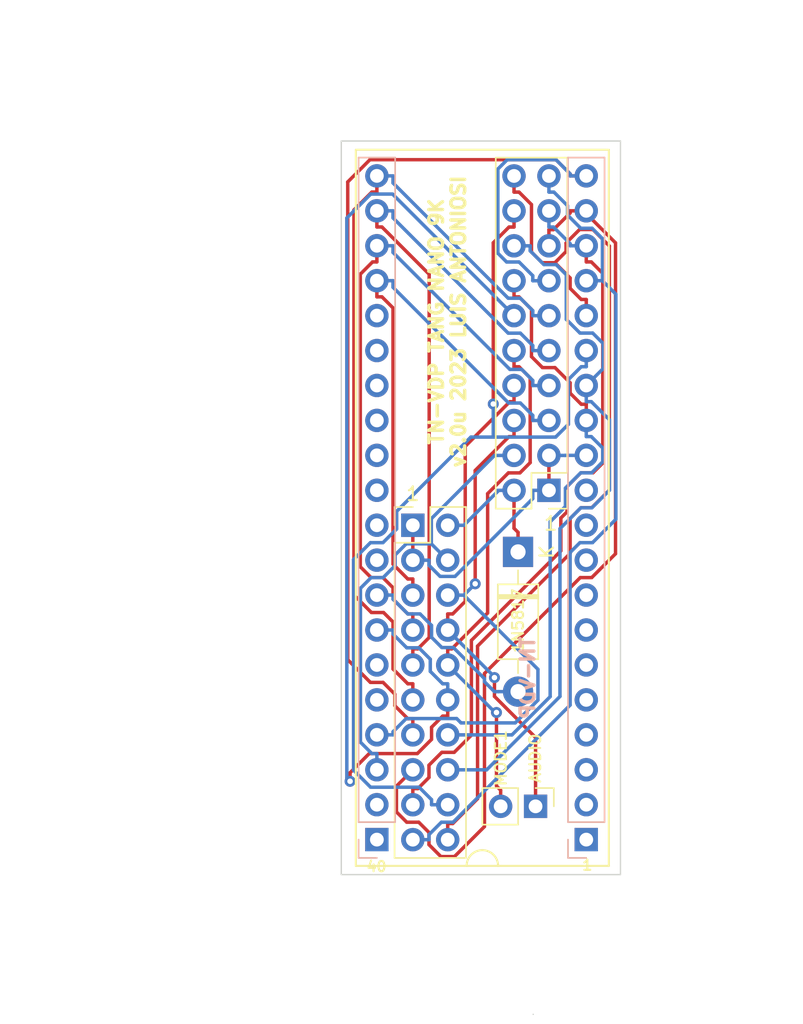
<source format=kicad_pcb>
(kicad_pcb (version 20221018) (generator pcbnew)
  (layers (0 "F.Cu" signal) (31 "B.Cu" signal) (34 "B.Paste" user) (35 "F.Paste" user) (36 "B.SilkS" user "B.Silkscreen") (37 "F.SilkS" user "F.Silkscreen") (38 "B.Mask" user) (39 "F.Mask" user) (44 "Edge.Cuts" user))
  (net 0 "")
  (net 1 "GND")
  (net 12 "VCC")
  (net 24 "VCCO")
  (net 25 "MODE0")
  (net 26 "~{CSW}")
  (net 27 "~{CSR}")
  (net 28 "~{INT}")
  (net 29 "CD7")
  (net 30 "CD6")
  (net 31 "CD5")
  (net 32 "CD4")
  (net 33 "CD3")
  (net 34 "CD2")
  (net 35 "CD1")
  (net 36 "CD0")
  (net 37 "~{RESET}")
  (net 38 "GROMCLK")
  (net 39 "CPUCLK")
  (net 42 "AUDIO")
  (net 43 "MODE1")
  (footprint "Diode_THT:D_DO-41_SOD81_P10.16mm_Horizontal" (layer "F.Cu") (at 172.25 77.5 -90)
    (fp_text reference "D1" hide)
    (fp_text value "1N5817")
    (fp_text user "K" (at 0 -2.1 90) (layer "F.SilkS"))
    (fp_text user "${VALUE}" (at 5 0 90) (layer "F.SilkS") (effects (font (size 0.8 0.8))))
    (fp_line (start 1.34 0) (end 2.36 0) (stroke (width 0.12)) (layer "F.SilkS"))
    (fp_line (start 2.36 -1.47) (end 2.36 1.47) (stroke (width 0.12)) (layer "F.SilkS"))
    (fp_line (start 2.36 1.47) (end 7.8 1.47) (stroke (width 0.12)) (layer "F.SilkS"))
    (fp_line (start 3.14 -1.47) (end 3.14 1.47) (stroke (width 0.12)) (layer "F.SilkS"))
    (fp_line (start 3.26 -1.47) (end 3.26 1.47) (stroke (width 0.12)) (layer "F.SilkS"))
    (fp_line (start 3.38 -1.47) (end 3.38 1.47) (stroke (width 0.12)) (layer "F.SilkS"))
    (fp_line (start 7.8 -1.47) (end 2.36 -1.47) (stroke (width 0.12)) (layer "F.SilkS"))
    (fp_line (start 7.8 1.47) (end 7.8 -1.47) (stroke (width 0.12)) (layer "F.SilkS"))
    (fp_line (start 8.82 0) (end 7.8 0) (stroke (width 0.12)) (layer "F.SilkS"))
    (pad "1" thru_hole rect (at 0 0 270) (size 2.2 2.2) (drill 1.1) (layers "*.Cu" "*.Mask") (net 24 "VCCO"))
    (pad "2" thru_hole oval (at 10.16 0 270) (size 2.2 2.2) (drill 1.1) (layers "*.Cu" "*.Mask") (net 12 "VCC"))
  )
  (footprint "Connector_PinHeader_2.54mm:PinHeader_2x10_P2.54mm_Vertical" (layer "F.Cu") (at 164.592 75.565)
    (fp_text reference "J3" hide)
    (fp_text value "Conn_02x10_Odd_Even")
    (fp_text user "1" (at 0 -2.286 180) (layer "F.SilkS"))
    (fp_line (start -1.33 -1.33) (end 0 -1.33) (stroke (width 0.12)) (layer "F.SilkS"))
    (fp_line (start -1.33 0) (end -1.33 -1.33) (stroke (width 0.12)) (layer "F.SilkS"))
    (fp_line (start -1.33 1.27) (end -1.33 24.19) (stroke (width 0.12)) (layer "F.SilkS"))
    (fp_line (start -1.33 1.27) (end 1.27 1.27) (stroke (width 0.12)) (layer "F.SilkS"))
    (fp_line (start -1.33 24.19) (end 3.87 24.19) (stroke (width 0.12)) (layer "F.SilkS"))
    (fp_line (start 1.27 -1.33) (end 3.87 -1.33) (stroke (width 0.12)) (layer "F.SilkS"))
    (fp_line (start 1.27 1.27) (end 1.27 -1.33) (stroke (width 0.12)) (layer "F.SilkS"))
    (fp_line (start 3.87 -1.33) (end 3.87 24.19) (stroke (width 0.12)) (layer "F.SilkS"))
    (pad "1" thru_hole rect (at 0 0) (size 1.7 1.7) (drill 1) (layers "*.Cu" "*.Mask") (net 1 "GND"))
    (pad "2" thru_hole oval (at 2.54 0) (size 1.7 1.7) (drill 1) (layers "*.Cu" "*.Mask") (net 24 "VCCO"))
    (pad "3" thru_hole oval (at 0 2.54) (size 1.7 1.7) (drill 1) (layers "*.Cu" "*.Mask") (net 1 "GND"))
    (pad "4" thru_hole oval (at 2.54 2.54) (size 1.7 1.7) (drill 1) (layers "*.Cu" "*.Mask") (net 39 "CPUCLK"))
    (pad "5" thru_hole oval (at 0 5.08) (size 1.7 1.7) (drill 1) (layers "*.Cu" "*.Mask") (net 36 "CD0"))
    (pad "6" thru_hole oval (at 2.54 5.08) (size 1.7 1.7) (drill 1) (layers "*.Cu" "*.Mask") (net 38 "GROMCLK"))
    (pad "7" thru_hole oval (at 0 7.62) (size 1.7 1.7) (drill 1) (layers "*.Cu" "*.Mask") (net 35 "CD1"))
    (pad "8" thru_hole oval (at 2.54 7.62) (size 1.7 1.7) (drill 1) (layers "*.Cu" "*.Mask") (net 42 "AUDIO"))
    (pad "9" thru_hole oval (at 0 10.16) (size 1.7 1.7) (drill 1) (layers "*.Cu" "*.Mask") (net 34 "CD2"))
    (pad "10" thru_hole oval (at 2.54 10.16) (size 1.7 1.7) (drill 1) (layers "*.Cu" "*.Mask") (net 43 "MODE1"))
    (pad "11" thru_hole oval (at 0 12.7) (size 1.7 1.7) (drill 1) (layers "*.Cu" "*.Mask") (net 33 "CD3"))
    (pad "12" thru_hole oval (at 2.54 12.7) (size 1.7 1.7) (drill 1) (layers "*.Cu" "*.Mask") (net 37 "~{RESET}"))
    (pad "13" thru_hole oval (at 0 15.24) (size 1.7 1.7) (drill 1) (layers "*.Cu" "*.Mask") (net 32 "CD4"))
    (pad "14" thru_hole oval (at 2.54 15.24) (size 1.7 1.7) (drill 1) (layers "*.Cu" "*.Mask") (net 25 "MODE0"))
    (pad "15" thru_hole oval (at 0 17.78) (size 1.7 1.7) (drill 1) (layers "*.Cu" "*.Mask") (net 31 "CD5"))
    (pad "16" thru_hole oval (at 2.54 17.78) (size 1.7 1.7) (drill 1) (layers "*.Cu" "*.Mask") (net 26 "~{CSW}"))
    (pad "17" thru_hole oval (at 0 20.32) (size 1.7 1.7) (drill 1) (layers "*.Cu" "*.Mask") (net 30 "CD6"))
    (pad "18" thru_hole oval (at 2.54 20.32) (size 1.7 1.7) (drill 1) (layers "*.Cu" "*.Mask") (net 27 "~{CSR}"))
    (pad "19" thru_hole oval (at 0 22.86) (size 1.7 1.7) (drill 1) (layers "*.Cu" "*.Mask") (net 29 "CD7"))
    (pad "20" thru_hole oval (at 2.54 22.86) (size 1.7 1.7) (drill 1) (layers "*.Cu" "*.Mask") (net 28 "~{INT}"))
  )
  (footprint "Connector_PinHeader_2.54mm:PinHeader_1x02_P2.54mm_Vertical" (layer "F.Cu") (at 173.525 96 -90)
    (fp_text reference "J5" hide)
    (fp_text value "Conn_01x02")
    (fp_text user "AUDIO" (at -3.5 0.025 -90) (layer "F.SilkS") (effects (font (size 0.8 0.8))))
    (fp_text user "MODE1" (at -3.5 2.525 -90) (layer "F.SilkS") (effects (font (size 0.8 0.8))))
    (fp_line (start -1.33 -1.33) (end 0 -1.33) (stroke (width 0.12)) (layer "F.SilkS"))
    (fp_line (start -1.33 0) (end -1.33 -1.33) (stroke (width 0.12)) (layer "F.SilkS"))
    (fp_line (start -1.33 1.27) (end -1.33 3.87) (stroke (width 0.12)) (layer "F.SilkS"))
    (fp_line (start -1.33 1.27) (end 1.33 1.27) (stroke (width 0.12)) (layer "F.SilkS"))
    (fp_line (start -1.33 3.87) (end 1.33 3.87) (stroke (width 0.12)) (layer "F.SilkS"))
    (fp_line (start 1.33 1.27) (end 1.33 3.87) (stroke (width 0.12)) (layer "F.SilkS"))
    (pad "1" thru_hole rect (at 0 0 270) (size 1.7 1.7) (drill 1) (layers "*.Cu" "*.Mask") (net 42 "AUDIO"))
    (pad "2" thru_hole oval (at 0 2.54 270) (size 1.7 1.7) (drill 1) (layers "*.Cu" "*.Mask") (net 43 "MODE1"))
  )
  (footprint "Connector_PinHeader_2.54mm:PinHeader_2x10_P2.54mm_Vertical" (layer "F.Cu") (at 174.498 73.025 180)
    (fp_text reference "J4" hide)
    (fp_text value "Conn_02x10_Odd_Even")
    (fp_text user "1" (at -0.127 -2.413 180) (layer "F.SilkS"))
    (fp_line (start -1.33 -1.33) (end 0 -1.33) (stroke (width 0.12)) (layer "F.SilkS"))
    (fp_line (start -1.33 0) (end -1.33 -1.33) (stroke (width 0.12)) (layer "F.SilkS"))
    (fp_line (start -1.33 1.27) (end -1.33 24.19) (stroke (width 0.12)) (layer "F.SilkS"))
    (fp_line (start -1.33 1.27) (end 1.27 1.27) (stroke (width 0.12)) (layer "F.SilkS"))
    (fp_line (start -1.33 24.19) (end 3.87 24.19) (stroke (width 0.12)) (layer "F.SilkS"))
    (fp_line (start 1.27 -1.33) (end 3.87 -1.33) (stroke (width 0.12)) (layer "F.SilkS"))
    (fp_line (start 1.27 1.27) (end 1.27 -1.33) (stroke (width 0.12)) (layer "F.SilkS"))
    (fp_line (start 3.87 -1.33) (end 3.87 24.19) (stroke (width 0.12)) (layer "F.SilkS"))
    (pad "1" thru_hole rect (at 0 0 180) (size 1.7 1.7) (drill 1) (layers "*.Cu" "*.Mask") (net 1 "GND"))
    (pad "2" thru_hole oval (at 2.54 0 180) (size 1.7 1.7) (drill 1) (layers "*.Cu" "*.Mask") (net 24 "VCCO"))
    (pad "3" thru_hole oval (at 0 2.54 180) (size 1.7 1.7) (drill 1) (layers "*.Cu" "*.Mask") (net 1 "GND"))
    (pad "4" thru_hole oval (at 2.54 2.54 180) (size 1.7 1.7) (drill 1) (layers "*.Cu" "*.Mask") (net 39 "CPUCLK"))
    (pad "5" thru_hole oval (at 0 5.08 180) (size 1.7 1.7) (drill 1) (layers "*.Cu" "*.Mask") (net 36 "CD0"))
    (pad "6" thru_hole oval (at 2.54 5.08 180) (size 1.7 1.7) (drill 1) (layers "*.Cu" "*.Mask") (net 38 "GROMCLK"))
    (pad "7" thru_hole oval (at 0 7.62 180) (size 1.7 1.7) (drill 1) (layers "*.Cu" "*.Mask") (net 35 "CD1"))
    (pad "8" thru_hole oval (at 2.54 7.62 180) (size 1.7 1.7) (drill 1) (layers "*.Cu" "*.Mask") (net 42 "AUDIO"))
    (pad "9" thru_hole oval (at 0 10.16 180) (size 1.7 1.7) (drill 1) (layers "*.Cu" "*.Mask") (net 34 "CD2"))
    (pad "10" thru_hole oval (at 2.54 10.16 180) (size 1.7 1.7) (drill 1) (layers "*.Cu" "*.Mask") (net 43 "MODE1"))
    (pad "11" thru_hole oval (at 0 12.7 180) (size 1.7 1.7) (drill 1) (layers "*.Cu" "*.Mask") (net 33 "CD3"))
    (pad "12" thru_hole oval (at 2.54 12.7 180) (size 1.7 1.7) (drill 1) (layers "*.Cu" "*.Mask") (net 37 "~{RESET}"))
    (pad "13" thru_hole oval (at 0 15.24 180) (size 1.7 1.7) (drill 1) (layers "*.Cu" "*.Mask") (net 32 "CD4"))
    (pad "14" thru_hole oval (at 2.54 15.24 180) (size 1.7 1.7) (drill 1) (layers "*.Cu" "*.Mask") (net 25 "MODE0"))
    (pad "15" thru_hole oval (at 0 17.78 180) (size 1.7 1.7) (drill 1) (layers "*.Cu" "*.Mask") (net 31 "CD5"))
    (pad "16" thru_hole oval (at 2.54 17.78 180) (size 1.7 1.7) (drill 1) (layers "*.Cu" "*.Mask") (net 26 "~{CSW}"))
    (pad "17" thru_hole oval (at 0 20.32 180) (size 1.7 1.7) (drill 1) (layers "*.Cu" "*.Mask") (net 30 "CD6"))
    (pad "18" thru_hole oval (at 2.54 20.32 180) (size 1.7 1.7) (drill 1) (layers "*.Cu" "*.Mask") (net 27 "~{CSR}"))
    (pad "19" thru_hole oval (at 0 22.86 180) (size 1.7 1.7) (drill 1) (layers "*.Cu" "*.Mask") (net 29 "CD7"))
    (pad "20" thru_hole oval (at 2.54 22.86 180) (size 1.7 1.7) (drill 1) (layers "*.Cu" "*.Mask") (net 28 "~{INT}"))
  )
  (footprint "Connector_PinHeader_2.54mm:PinHeader_1x20_P2.54mm_Vertical" (layer "B.Cu") (at 161.9758 98.42)
    (fp_text reference "J2" hide)
    (fp_text value "Conn_01x20")
    (fp_text user "1" (at 15.3162 1.8592) (layer "F.SilkS") (effects (font (size 0.75 0.75))))
    (fp_text user "40" (at -0.0254 1.9608) (layer "F.SilkS") (effects (font (size 0.75 0.75))))
    (fp_line (start -1.33 -49.59) (end 1.33 -49.59) (stroke (width 0.12)) (layer "B.SilkS"))
    (fp_line (start -1.33 -1.27) (end -1.33 -49.59) (stroke (width 0.12)) (layer "B.SilkS"))
    (fp_line (start -1.33 -1.27) (end 1.33 -1.27) (stroke (width 0.12)) (layer "B.SilkS"))
    (fp_line (start -1.33 0) (end -1.33 1.33) (stroke (width 0.12)) (layer "B.SilkS"))
    (fp_line (start -1.33 1.33) (end 0 1.33) (stroke (width 0.12)) (layer "B.SilkS"))
    (fp_line (start 1.33 -1.27) (end 1.33 -49.59) (stroke (width 0.12)) (layer "B.SilkS"))
    (pad "1" thru_hole rect (at 0 0) (size 1.7 1.7) (drill 1) (layers "*.Cu" "*.Mask"))
    (pad "2" thru_hole oval (at 0 -2.54) (size 1.7 1.7) (drill 1) (layers "*.Cu" "*.Mask"))
    (pad "3" thru_hole oval (at 0 -5.08) (size 1.7 1.7) (drill 1) (layers "*.Cu" "*.Mask") (net 39 "CPUCLK"))
    (pad "4" thru_hole oval (at 0 -7.62) (size 1.7 1.7) (drill 1) (layers "*.Cu" "*.Mask") (net 38 "GROMCLK"))
    (pad "5" thru_hole oval (at 0 -10.16) (size 1.7 1.7) (drill 1) (layers "*.Cu" "*.Mask"))
    (pad "6" thru_hole oval (at 0 -12.7) (size 1.7 1.7) (drill 1) (layers "*.Cu" "*.Mask"))
    (pad "7" thru_hole oval (at 0 -15.24) (size 1.7 1.7) (drill 1) (layers "*.Cu" "*.Mask") (net 37 "~{RESET}"))
    (pad "8" thru_hole oval (at 0 -17.78) (size 1.7 1.7) (drill 1) (layers "*.Cu" "*.Mask") (net 12 "VCC"))
    (pad "9" thru_hole oval (at 0 -20.32) (size 1.7 1.7) (drill 1) (layers "*.Cu" "*.Mask"))
    (pad "10" thru_hole oval (at 0 -22.86) (size 1.7 1.7) (drill 1) (layers "*.Cu" "*.Mask"))
    (pad "11" thru_hole oval (at 0 -25.4) (size 1.7 1.7) (drill 1) (layers "*.Cu" "*.Mask"))
    (pad "12" thru_hole oval (at 0 -27.94) (size 1.7 1.7) (drill 1) (layers "*.Cu" "*.Mask"))
    (pad "13" thru_hole oval (at 0 -30.48) (size 1.7 1.7) (drill 1) (layers "*.Cu" "*.Mask"))
    (pad "14" thru_hole oval (at 0 -33.02) (size 1.7 1.7) (drill 1) (layers "*.Cu" "*.Mask"))
    (pad "15" thru_hole oval (at 0 -35.56) (size 1.7 1.7) (drill 1) (layers "*.Cu" "*.Mask"))
    (pad "16" thru_hole oval (at 0 -38.1) (size 1.7 1.7) (drill 1) (layers "*.Cu" "*.Mask"))
    (pad "17" thru_hole oval (at 0 -40.64) (size 1.7 1.7) (drill 1) (layers "*.Cu" "*.Mask") (net 36 "CD0"))
    (pad "18" thru_hole oval (at 0 -43.18) (size 1.7 1.7) (drill 1) (layers "*.Cu" "*.Mask") (net 35 "CD1"))
    (pad "19" thru_hole oval (at 0 -45.72) (size 1.7 1.7) (drill 1) (layers "*.Cu" "*.Mask") (net 34 "CD2"))
    (pad "20" thru_hole oval (at 0 -48.26) (size 1.7 1.7) (drill 1) (layers "*.Cu" "*.Mask") (net 33 "CD3"))
  )
  (footprint "Connector_PinHeader_2.54mm:PinHeader_1x20_P2.54mm_Vertical" (layer "B.Cu") (at 177.2158 98.42)
    (fp_text reference "J1" hide)
    (fp_text value "Conn_01x20")
    (fp_line (start -1.33 -49.59) (end 1.33 -49.59) (stroke (width 0.12)) (layer "B.SilkS"))
    (fp_line (start -1.33 -1.27) (end -1.33 -49.59) (stroke (width 0.12)) (layer "B.SilkS"))
    (fp_line (start -1.33 -1.27) (end 1.33 -1.27) (stroke (width 0.12)) (layer "B.SilkS"))
    (fp_line (start -1.33 0) (end -1.33 1.33) (stroke (width 0.12)) (layer "B.SilkS"))
    (fp_line (start -1.33 1.33) (end 0 1.33) (stroke (width 0.12)) (layer "B.SilkS"))
    (fp_line (start 1.33 -1.27) (end 1.33 -49.59) (stroke (width 0.12)) (layer "B.SilkS"))
    (pad "1" thru_hole rect (at 0 0) (size 1.7 1.7) (drill 1) (layers "*.Cu" "*.Mask"))
    (pad "2" thru_hole oval (at 0 -2.54) (size 1.7 1.7) (drill 1) (layers "*.Cu" "*.Mask"))
    (pad "3" thru_hole oval (at 0 -5.08) (size 1.7 1.7) (drill 1) (layers "*.Cu" "*.Mask"))
    (pad "4" thru_hole oval (at 0 -7.62) (size 1.7 1.7) (drill 1) (layers "*.Cu" "*.Mask"))
    (pad "5" thru_hole oval (at 0 -10.16) (size 1.7 1.7) (drill 1) (layers "*.Cu" "*.Mask"))
    (pad "6" thru_hole oval (at 0 -12.7) (size 1.7 1.7) (drill 1) (layers "*.Cu" "*.Mask"))
    (pad "7" thru_hole oval (at 0 -15.24) (size 1.7 1.7) (drill 1) (layers "*.Cu" "*.Mask"))
    (pad "8" thru_hole oval (at 0 -17.78) (size 1.7 1.7) (drill 1) (layers "*.Cu" "*.Mask"))
    (pad "9" thru_hole oval (at 0 -20.32) (size 1.7 1.7) (drill 1) (layers "*.Cu" "*.Mask"))
    (pad "10" thru_hole oval (at 0 -22.86) (size 1.7 1.7) (drill 1) (layers "*.Cu" "*.Mask"))
    (pad "11" thru_hole oval (at 0 -25.4) (size 1.7 1.7) (drill 1) (layers "*.Cu" "*.Mask"))
    (pad "12" thru_hole oval (at 0 -27.94) (size 1.7 1.7) (drill 1) (layers "*.Cu" "*.Mask") (net 1 "GND"))
    (pad "13" thru_hole oval (at 0 -30.48) (size 1.7 1.7) (drill 1) (layers "*.Cu" "*.Mask") (net 25 "MODE0"))
    (pad "14" thru_hole oval (at 0 -33.02) (size 1.7 1.7) (drill 1) (layers "*.Cu" "*.Mask") (net 26 "~{CSW}"))
    (pad "15" thru_hole oval (at 0 -35.56) (size 1.7 1.7) (drill 1) (layers "*.Cu" "*.Mask") (net 27 "~{CSR}"))
    (pad "16" thru_hole oval (at 0 -38.1) (size 1.7 1.7) (drill 1) (layers "*.Cu" "*.Mask") (net 28 "~{INT}"))
    (pad "17" thru_hole oval (at 0 -40.64) (size 1.7 1.7) (drill 1) (layers "*.Cu" "*.Mask") (net 29 "CD7"))
    (pad "18" thru_hole oval (at 0 -43.18) (size 1.7 1.7) (drill 1) (layers "*.Cu" "*.Mask") (net 30 "CD6"))
    (pad "19" thru_hole oval (at 0 -45.72) (size 1.7 1.7) (drill 1) (layers "*.Cu" "*.Mask") (net 31 "CD5"))
    (pad "20" thru_hole oval (at 0 -48.26) (size 1.7 1.7) (drill 1) (layers "*.Cu" "*.Mask") (net 32 "CD4"))
  )
  (gr_line (start 160.4441 48.26) (end 178.8591 48.26) (stroke (width 0.15)) (layer "F.SilkS"))
  (gr_line (start 160.4441 48.26) (end 160.4441 100.33) (stroke (width 0.15)) (layer "F.SilkS"))
  (gr_line (start 160.4441 100.33) (end 178.8591 100.33) (stroke (width 0.15)) (layer "F.SilkS"))
  (gr_arc (start 168.506838 100.33) (mid 169.6516 99.185238) (end 170.796362 100.33) (stroke (width 0.15)) (layer "F.SilkS"))
  (gr_line (start 178.8591 48.26) (end 178.8591 100.33) (stroke (width 0.15)) (layer "F.SilkS"))
  (gr_line (start 159.385 100.965) (end 159.385 47.625) (stroke (width 0.1)) (layer "Edge.Cuts"))
  (gr_line (start 173.355 111.125) (end 173.355 111.125) (stroke (width 0.1)) (layer "Edge.Cuts"))
  (gr_line (start 179.705 100.965) (end 159.385 100.965) (stroke (width 0.1)) (layer "Edge.Cuts"))
  (gr_line (start 179.705 47.625) (end 179.705 100.965) (stroke (width 0.1)) (layer "Edge.Cuts"))
  (gr_line (start 179.705 47.625) (end 159.385 47.625) (stroke (width 0.1)) (layer "Edge.Cuts"))
  (gr_text "TN-VDP" (at 173.5328 86.6648 90) (layer "B.SilkS") (effects (font (size 1 1) (thickness 0.25) bold) (justify bottom mirror)))
  (gr_text "TN-VDP TANG NANO 9K\nv2.0u 2023 LUIS ANTONIOSI" (at 168.5 60.75 90) (layer "F.SilkS") (effects (font (size 1 1) (thickness 0.25) bold) (justify bottom)))
  (segment (start 164.592 78.105) (end 164.592 75.565) (width 0.25) (layer "F.Cu") (net 1))
  (segment (start 174.498 70.485) (end 174.498 73.025) (width 0.25) (layer "F.Cu") (net 1))
  (segment (start 174.498 73.025) (end 173.3229 73.025) (width 0.25) (layer "B.Cu") (net 1))
  (segment (start 165.7671 78.4703) (end 165.7671 78.105) (width 0.25) (layer "B.Cu") (net 1))
  (segment (start 173.3229 73.6232) (end 167.6629 79.2832) (width 0.25) (layer "B.Cu") (net 1))
  (segment (start 164.592 78.105) (end 165.7671 78.105) (width 0.25) (layer "B.Cu") (net 1))
  (segment (start 174.498 70.485) (end 175.6731 70.485) (width 0.25) (layer "B.Cu") (net 1))
  (segment (start 173.3229 73.025) (end 173.3229 73.6232) (width 0.25) (layer "B.Cu") (net 1))
  (segment (start 177.2158 70.48) (end 175.6781 70.48) (width 0.25) (layer "B.Cu") (net 1))
  (segment (start 166.58 79.2832) (end 165.7671 78.4703) (width 0.25) (layer "B.Cu") (net 1))
  (segment (start 175.6781 70.48) (end 175.6731 70.485) (width 0.25) (layer "B.Cu") (net 1))
  (segment (start 167.6629 79.2832) (end 166.58 79.2832) (width 0.25) (layer "B.Cu") (net 1))
  (segment (start 166.7011 84.455) (end 167.5457 84.455) (width 0.25) (layer "B.Cu") (net 12))
  (segment (start 163.1509 80.9338) (end 164.2269 82.0098) (width 0.25) (layer "B.Cu") (net 12))
  (segment (start 165.9568 82.8489) (end 165.9568 83.7107) (width 0.25) (layer "B.Cu") (net 12))
  (segment (start 164.2269 82.0098) (end 165.1177 82.0098) (width 0.25) (layer "B.Cu") (net 12))
  (segment (start 163.1509 80.64) (end 163.1509 80.9338) (width 0.25) (layer "B.Cu") (net 12))
  (segment (start 165.9568 83.7107) (end 166.7011 84.455) (width 0.25) (layer "B.Cu") (net 12))
  (segment (start 161.9758 80.64) (end 163.1509 80.64) (width 0.25) (layer "B.Cu") (net 12))
  (segment (start 169.8083 86.9402) (end 170.5281 87.66) (width 0.25) (layer "B.Cu") (net 12))
  (segment (start 172.25 87.66) (end 170.8249 87.66) (width 0.25) (layer "B.Cu") (net 12))
  (segment (start 167.5457 84.455) (end 169.8083 86.7176) (width 0.25) (layer "B.Cu") (net 12))
  (segment (start 170.5281 87.66) (end 170.8249 87.66) (width 0.25) (layer "B.Cu") (net 12))
  (segment (start 165.1177 82.0098) (end 165.9568 82.8489) (width 0.25) (layer "B.Cu") (net 12))
  (segment (start 169.8083 86.7176) (end 169.8083 86.9402) (width 0.25) (layer "B.Cu") (net 12))
  (segment (start 171.958 75.7829) (end 172.25 76.0749) (width 0.25) (layer "F.Cu") (net 24))
  (segment (start 171.958 73.025) (end 171.958 75.7829) (width 0.25) (layer "F.Cu") (net 24))
  (segment (start 172.25 77.5) (end 172.25 76.0749) (width 0.25) (layer "F.Cu") (net 24))
  (segment (start 170.7829 73.0892) (end 168.3071 75.565) (width 0.25) (layer "B.Cu") (net 24))
  (segment (start 167.132 75.565) (end 168.3071 75.565) (width 0.25) (layer "B.Cu") (net 24))
  (segment (start 170.7829 73.025) (end 170.7829 73.0892) (width 0.25) (layer "B.Cu") (net 24))
  (segment (start 171.958 73.025) (end 170.7829 73.025) (width 0.25) (layer "B.Cu") (net 24))
  (segment (start 177.2158 66.7649) (end 176.8485 66.7649) (width 0.25) (layer "F.Cu") (net 25))
  (segment (start 172.3232 58.9601) (end 171.958 58.9601) (width 0.25) (layer "F.Cu") (net 25))
  (segment (start 171.958 57.785) (end 171.958 58.9601) (width 0.25) (layer "F.Cu") (net 25))
  (segment (start 176.8485 66.7649) (end 176.0407 65.9571) (width 0.25) (layer "F.Cu") (net 25))
  (segment (start 176.0407 65.9571) (end 176.0407 65.2036) (width 0.25) (layer "F.Cu") (net 25))
  (segment (start 176.0407 65.2036) (end 174.9387 64.1016) (width 0.25) (layer "F.Cu") (net 25))
  (segment (start 174.9387 64.1016) (end 174.0298 64.1016) (width 0.25) (layer "F.Cu") (net 25))
  (segment (start 173.228 59.8649) (end 172.3232 58.9601) (width 0.25) (layer "F.Cu") (net 25))
  (segment (start 177.2158 67.94) (end 177.2158 66.7649) (width 0.25) (layer "F.Cu") (net 25))
  (segment (start 173.228 63.2998) (end 173.228 59.8649) (width 0.25) (layer "F.Cu") (net 25))
  (segment (start 174.0298 64.1016) (end 173.228 63.2998) (width 0.25) (layer "F.Cu") (net 25))
  (segment (start 178.4138 69.9459) (end 178.4138 70.9468) (width 0.25) (layer "B.Cu") (net 25))
  (segment (start 177.6106 71.75) (end 176.8102 71.75) (width 0.25) (layer "B.Cu") (net 25))
  (segment (start 177.2158 69.1151) (end 177.583 69.1151) (width 0.25) (layer "B.Cu") (net 25))
  (segment (start 174.588 75.3099) (end 174.588 88.0259) (width 0.25) (layer "B.Cu") (net 25))
  (segment (start 177.583 69.1151) (end 178.4138 69.9459) (width 0.25) (layer "B.Cu") (net 25))
  (segment (start 174.588 88.0259) (end 171.8089 90.805) (width 0.25) (layer "B.Cu") (net 25))
  (segment (start 175.6977 72.8625) (end 175.6977 74.2002) (width 0.25) (layer "B.Cu") (net 25))
  (segment (start 171.8089 90.805) (end 167.132 90.805) (width 0.25) (layer "B.Cu") (net 25))
  (segment (start 178.4138 70.9468) (end 177.6106 71.75) (width 0.25) (layer "B.Cu") (net 25))
  (segment (start 176.8102 71.75) (end 175.6977 72.8625) (width 0.25) (layer "B.Cu") (net 25))
  (segment (start 175.6977 74.2002) (end 174.588 75.3099) (width 0.25) (layer "B.Cu") (net 25))
  (segment (start 177.2158 67.94) (end 177.2158 69.1151) (width 0.25) (layer "B.Cu") (net 25))
  (segment (start 175.3018 88.0103) (end 169.9671 93.345) (width 0.25) (layer "B.Cu") (net 26))
  (segment (start 169.9671 93.345) (end 167.132 93.345) (width 0.25) (layer "B.Cu") (net 26))
  (segment (start 175.7596 57.3493) (end 175.0201 56.6098) (width 0.25) (layer "B.Cu") (net 26))
  (segment (start 178.9046 67.8966) (end 178.9046 73.0163) (width 0.25) (layer "B.Cu") (net 26))
  (segment (start 173.1331 55.6103) (end 173.1331 55.245) (width 0.25) (layer "B.Cu") (net 26))
  (segment (start 177.2158 65.4) (end 177.2158 66.5751) (width 0.25) (layer "B.Cu") (net 26))
  (segment (start 177.2158 65.4) (end 178.4414 64.1744) (width 0.25) (layer "B.Cu") (net 26))
  (segment (start 174.1326 56.6098) (end 173.1331 55.6103) (width 0.25) (layer "B.Cu") (net 26))
  (segment (start 177.5831 66.5751) (end 178.9046 67.8966) (width 0.25) (layer "B.Cu") (net 26))
  (segment (start 176.8206 74.2934) (end 175.3018 75.8122) (width 0.25) (layer "B.Cu") (net 26))
  (segment (start 178.4414 64.1744) (end 178.4414 62.3455) (width 0.25) (layer "B.Cu") (net 26))
  (segment (start 175.0201 56.6098) (end 174.1326 56.6098) (width 0.25) (layer "B.Cu") (net 26))
  (segment (start 177.6275 74.2934) (end 176.8206 74.2934) (width 0.25) (layer "B.Cu") (net 26))
  (segment (start 175.3018 75.8122) (end 175.3018 88.0103) (width 0.25) (layer "B.Cu") (net 26))
  (segment (start 178.9046 73.0163) (end 177.6275 74.2934) (width 0.25) (layer "B.Cu") (net 26))
  (segment (start 176.7604 61.59) (end 175.7596 60.5892) (width 0.25) (layer "B.Cu") (net 26))
  (segment (start 177.6859 61.59) (end 176.7604 61.59) (width 0.25) (layer "B.Cu") (net 26))
  (segment (start 177.2158 66.5751) (end 177.5831 66.5751) (width 0.25) (layer "B.Cu") (net 26))
  (segment (start 178.4414 62.3455) (end 177.6859 61.59) (width 0.25) (layer "B.Cu") (net 26))
  (segment (start 171.958 55.245) (end 173.1331 55.245) (width 0.25) (layer "B.Cu") (net 26))
  (segment (start 175.7596 60.5892) (end 175.7596 57.3493) (width 0.25) (layer "B.Cu") (net 26))
  (segment (start 170.4464 55.0264) (end 170.4464 66.7459) (width 0.25) (layer "F.Cu") (net 27))
  (segment (start 171.958 53.8801) (end 171.5927 53.8801) (width 0.25) (layer "F.Cu") (net 27))
  (segment (start 171.5927 53.8801) (end 170.4464 55.0264) (width 0.25) (layer "F.Cu") (net 27))
  (segment (start 171.958 52.705) (end 171.958 53.8801) (width 0.25) (layer "F.Cu") (net 27))
  (via (at 170.4464 66.7459) (size 0.8) (drill 0.4) (layers "F.Cu" "B.Cu") (net 27))
  (segment (start 176.8505 64.0351) (end 177.2158 64.0351) (width 0.25) (layer "B.Cu") (net 27))
  (segment (start 163.4168 75.8315) (end 163.4168 74.5517) (width 0.25) (layer "B.Cu") (net 27))
  (segment (start 165.9569 95.5178) (end 165.0491 94.61) (width 0.25) (layer "B.Cu") (net 27))
  (segment (start 162.4183 76.83) (end 163.4168 75.8315) (width 0.25) (layer "B.Cu") (net 27))
  (segment (start 161.5042 76.83) (end 162.4183 76.83) (width 0.25) (layer "B.Cu") (net 27))
  (segment (start 163.4168 74.5517) (end 168.8157 69.1528) (width 0.25) (layer "B.Cu") (net 27))
  (segment (start 177.2158 62.86) (end 177.2158 64.0351) (width 0.25) (layer "B.Cu") (net 27))
  (segment (start 174.987 69.1528) (end 175.9203 68.2195) (width 0.25) (layer "B.Cu") (net 27))
  (segment (start 165.9569 95.885) (end 165.9569 95.5178) (width 0.25) (layer "B.Cu") (net 27))
  (segment (start 160.2778 93.3716) (end 160.2778 78.0564) (width 0.25) (layer "B.Cu") (net 27))
  (segment (start 160.2778 78.0564) (end 161.5042 76.83) (width 0.25) (layer "B.Cu") (net 27))
  (segment (start 161.5162 94.61) (end 160.2778 93.3716) (width 0.25) (layer "B.Cu") (net 27))
  (segment (start 175.9203 64.9653) (end 176.8505 64.0351) (width 0.25) (layer "B.Cu") (net 27))
  (segment (start 168.8157 69.1528) (end 170.4464 69.1528) (width 0.25) (layer "B.Cu") (net 27))
  (segment (start 165.0491 94.61) (end 161.5162 94.61) (width 0.25) (layer "B.Cu") (net 27))
  (segment (start 170.4464 69.1528) (end 170.4464 66.7459) (width 0.25) (layer "B.Cu") (net 27))
  (segment (start 175.9203 68.2195) (end 175.9203 64.9653) (width 0.25) (layer "B.Cu") (net 27))
  (segment (start 170.4464 69.1528) (end 174.987 69.1528) (width 0.25) (layer "B.Cu") (net 27))
  (segment (start 167.132 95.885) (end 165.9569 95.885) (width 0.25) (layer "B.Cu") (net 27))
  (segment (start 171.958 50.165) (end 171.958 51.3401) (width 0.25) (layer "F.Cu") (net 28))
  (segment (start 169.3039 84.3499) (end 176.0407 77.6131) (width 0.25) (layer "F.Cu") (net 28))
  (segment (start 177.6129 74.29) (end 178.8961 73.0068) (width 0.25) (layer "F.Cu") (net 28))
  (segment (start 176.7254 54.0618) (end 175.7444 55.0428) (width 0.25) (layer "F.Cu") (net 28))
  (segment (start 175.7444 55.0428) (end 175.7444 55.6615) (width 0.25) (layer "F.Cu") (net 28))
  (segment (start 167.4992 97.2499) (end 169.3039 95.4452) (width 0.25) (layer "F.Cu") (net 28))
  (segment (start 176.0407 77.6131) (end 176.0407 75.0731) (width 0.25) (layer "F.Cu") (net 28))
  (segment (start 173.228 52.2449) (end 172.3232 51.3401) (width 0.25) (layer "F.Cu") (net 28))
  (segment (start 178.8961 73.0068) (end 178.8961 55.2576) (width 0.25) (layer "F.Cu") (net 28))
  (segment (start 177.2158 60.32) (end 177.2158 59.1449) (width 0.25) (layer "F.Cu") (net 28))
  (segment (start 176.0407 57.5836) (end 174.9315 56.4744) (width 0.25) (layer "F.Cu") (net 28))
  (segment (start 176.0407 75.0731) (end 176.8238 74.29) (width 0.25) (layer "F.Cu") (net 28))
  (segment (start 174.0037 56.4744) (end 173.228 55.6987) (width 0.25) (layer "F.Cu") (net 28))
  (segment (start 174.9315 56.4744) (end 174.0037 56.4744) (width 0.25) (layer "F.Cu") (net 28))
  (segment (start 173.228 55.6987) (end 173.228 52.2449) (width 0.25) (layer "F.Cu") (net 28))
  (segment (start 167.132 98.425) (end 167.132 97.2499) (width 0.25) (layer "F.Cu") (net 28))
  (segment (start 177.7003 54.0618) (end 176.7254 54.0618) (width 0.25) (layer "F.Cu") (net 28))
  (segment (start 176.0407 58.3371) (end 176.0407 57.5836) (width 0.25) (layer "F.Cu") (net 28))
  (segment (start 175.7444 55.6615) (end 174.9315 56.4744) (width 0.25) (layer "F.Cu") (net 28))
  (segment (start 172.3232 51.3401) (end 171.958 51.3401) (width 0.25) (layer "F.Cu") (net 28))
  (segment (start 176.8238 74.29) (end 177.6129 74.29) (width 0.25) (layer "F.Cu") (net 28))
  (segment (start 178.8961 55.2576) (end 177.7003 54.0618) (width 0.25) (layer "F.Cu") (net 28))
  (segment (start 169.3039 95.4452) (end 169.3039 84.3499) (width 0.25) (layer "F.Cu") (net 28))
  (segment (start 167.132 97.2499) (end 167.4992 97.2499) (width 0.25) (layer "F.Cu") (net 28))
  (segment (start 176.8485 59.1449) (end 176.0407 58.3371) (width 0.25) (layer "F.Cu") (net 28))
  (segment (start 177.2158 59.1449) (end 176.8485 59.1449) (width 0.25) (layer "F.Cu") (net 28))
  (segment (start 176.8144 53.97) (end 175.8544 53.01) (width 0.25) (layer "B.Cu") (net 29))
  (segment (start 165.7671 98.0597) (end 166.6718 97.155) (width 0.25) (layer "B.Cu") (net 29))
  (segment (start 179.3698 58.7589) (end 178.3909 57.78) (width 0.25) (layer "B.Cu") (net 29))
  (segment (start 174.498 50.165) (end 174.498 51.3401) (width 0.25) (layer "B.Cu") (net 29))
  (segment (start 177.6411 53.97) (end 176.8144 53.97) (width 0.25) (layer "B.Cu") (net 29))
  (segment (start 176.7527 76.83) (end 177.6683 76.83) (width 0.25) (layer "B.Cu") (net 29))
  (segment (start 175.8544 53.01) (end 175.8544 52.3313) (width 0.25) (layer "B.Cu") (net 29))
  (segment (start 177.2158 57.78) (end 178.3909 57.78) (width 0.25) (layer "B.Cu") (net 29))
  (segment (start 177.6683 76.83) (end 179.3698 75.1285) (width 0.25) (layer "B.Cu") (net 29))
  (segment (start 178.3909 54.7198) (end 177.6411 53.97) (width 0.25) (layer "B.Cu") (net 29))
  (segment (start 178.3909 57.78) (end 178.3909 54.7198) (width 0.25) (layer "B.Cu") (net 29))
  (segment (start 176.0406 88.6384) (end 176.0406 77.5421) (width 0.25) (layer "B.Cu") (net 29))
  (segment (start 166.6718 97.155) (end 167.524 97.155) (width 0.25) (layer "B.Cu") (net 29))
  (segment (start 176.0406 77.5421) (end 176.7527 76.83) (width 0.25) (layer "B.Cu") (net 29))
  (segment (start 175.8544 52.3313) (end 174.8632 51.3401) (width 0.25) (layer "B.Cu") (net 29))
  (segment (start 179.3698 75.1285) (end 179.3698 58.7589) (width 0.25) (layer "B.Cu") (net 29))
  (segment (start 167.524 97.155) (end 176.0406 88.6384) (width 0.25) (layer "B.Cu") (net 29))
  (segment (start 165.7671 98.425) (end 165.7671 98.0597) (width 0.25) (layer "B.Cu") (net 29))
  (segment (start 164.592 98.425) (end 165.7671 98.425) (width 0.25) (layer "B.Cu") (net 29))
  (segment (start 174.8632 51.3401) (end 174.498 51.3401) (width 0.25) (layer "B.Cu") (net 29))
  (segment (start 167.6045 92.075) (end 166.7011 92.075) (width 0.25) (layer "F.Cu") (net 30))
  (segment (start 168.8537 90.8258) (end 167.6045 92.075) (width 0.25) (layer "F.Cu") (net 30))
  (segment (start 177.2158 56.4151) (end 177.581 56.4151) (width 0.25) (layer "F.Cu") (net 30))
  (segment (start 175.8157 74.5892) (end 175.3657 75.0392) (width 0.25) (layer "F.Cu") (net 30))
  (segment (start 165.7671 93.009) (end 165.7671 93.9021) (width 0.25) (layer "F.Cu") (net 30))
  (segment (start 165.7671 93.9021) (end 164.9593 94.7099) (width 0.25) (layer "F.Cu") (net 30))
  (segment (start 177.7045 71.75) (end 176.8217 71.75) (width 0.25) (layer "F.Cu") (net 30))
  (segment (start 175.8157 72.756) (end 175.8157 74.5892) (width 0.25) (layer "F.Cu") (net 30))
  (segment (start 164.592 95.885) (end 164.592 94.7099) (width 0.25) (layer "F.Cu") (net 30))
  (segment (start 176.8217 71.75) (end 175.8157 72.756) (width 0.25) (layer "F.Cu") (net 30))
  (segment (start 177.2158 55.24) (end 177.2158 56.4151) (width 0.25) (layer "F.Cu") (net 30))
  (segment (start 175.3657 77.4256) (end 168.8537 83.9376) (width 0.25) (layer "F.Cu") (net 30))
  (segment (start 168.8537 83.9376) (end 168.8537 90.8258) (width 0.25) (layer "F.Cu") (net 30))
  (segment (start 177.581 56.4151) (end 178.4163 57.2504) (width 0.25) (layer "F.Cu") (net 30))
  (segment (start 164.9593 94.7099) (end 164.592 94.7099) (width 0.25) (layer "F.Cu") (net 30))
  (segment (start 178.4163 57.2504) (end 178.4163 71.0382) (width 0.25) (layer "F.Cu") (net 30))
  (segment (start 166.7011 92.075) (end 165.7671 93.009) (width 0.25) (layer "F.Cu") (net 30))
  (segment (start 175.3657 75.0392) (end 175.3657 77.4256) (width 0.25) (layer "F.Cu") (net 30))
  (segment (start 178.4163 71.0382) (end 177.7045 71.75) (width 0.25) (layer "F.Cu") (net 30))
  (segment (start 174.8329 53.8801) (end 174.498 53.8801) (width 0.25) (layer "B.Cu") (net 30))
  (segment (start 176.0407 55.0879) (end 174.8329 53.8801) (width 0.25) (layer "B.Cu") (net 30))
  (segment (start 174.498 52.705) (end 174.498 53.8801) (width 0.25) (layer "B.Cu") (net 30))
  (segment (start 177.2158 55.24) (end 176.0407 55.24) (width 0.25) (layer "B.Cu") (net 30))
  (segment (start 176.0407 55.24) (end 176.0407 55.0879) (width 0.25) (layer "B.Cu") (net 30))
  (segment (start 179.3462 77.6337) (end 179.3462 55.0308) (width 0.25) (layer "F.Cu") (net 31))
  (segment (start 169.8083 97.4699) (end 169.8083 86.3396) (width 0.25) (layer "F.Cu") (net 31))
  (segment (start 177.2158 52.7) (end 176.9358 52.7) (width 0.25) (layer "F.Cu") (net 31))
  (segment (start 177.6099 79.37) (end 179.3462 77.6337) (width 0.25) (layer "F.Cu") (net 31))
  (segment (start 174.8279 54.0699) (end 174.498 54.0699) (width 0.25) (layer "F.Cu") (net 31))
  (segment (start 165.7672 97.8993) (end 165.7672 98.7879) (width 0.25) (layer "F.Cu") (net 31))
  (segment (start 163.3987 94.5383) (end 163.3987 96.4042) (width 0.25) (layer "F.Cu") (net 31))
  (segment (start 176.0407 52.8571) (end 174.8279 54.0699) (width 0.25) (layer "F.Cu") (net 31))
  (segment (start 169.8083 86.3396) (end 176.7779 79.37) (width 0.25) (layer "F.Cu") (net 31))
  (segment (start 164.1495 97.155) (end 165.0229 97.155) (width 0.25) (layer "F.Cu") (net 31))
  (segment (start 166.6331 99.6538) (end 167.6244 99.6538) (width 0.25) (layer "F.Cu") (net 31))
  (segment (start 167.6244 99.6538) (end 169.8083 97.4699) (width 0.25) (layer "F.Cu") (net 31))
  (segment (start 163.3987 96.4042) (end 164.1495 97.155) (width 0.25) (layer "F.Cu") (net 31))
  (segment (start 174.498 55.245) (end 174.498 54.0699) (width 0.25) (layer "F.Cu") (net 31))
  (segment (start 177.0154 52.7) (end 176.9358 52.7) (width 0.25) (layer "F.Cu") (net 31))
  (segment (start 164.592 93.345) (end 163.3987 94.5383) (width 0.25) (layer "F.Cu") (net 31))
  (segment (start 176.0407 52.7) (end 176.0407 52.8571) (width 0.25) (layer "F.Cu") (net 31))
  (segment (start 179.3462 55.0308) (end 177.0154 52.7) (width 0.25) (layer "F.Cu") (net 31))
  (segment (start 165.7672 98.7879) (end 166.6331 99.6538) (width 0.25) (layer "F.Cu") (net 31))
  (segment (start 176.7779 79.37) (end 177.6099 79.37) (width 0.25) (layer "F.Cu") (net 31))
  (segment (start 176.9358 52.7) (end 176.0407 52.7) (width 0.25) (layer "F.Cu") (net 31))
  (segment (start 165.0229 97.155) (end 165.7672 97.8993) (width 0.25) (layer "F.Cu") (net 31))
  (segment (start 163.2814 88.6846) (end 164.2267 89.6299) (width 0.25) (layer "F.Cu") (net 32))
  (segment (start 163.2814 87.8425) (end 163.2814 88.6846) (width 0.25) (layer "F.Cu") (net 32))
  (segment (start 164.2267 89.6299) (end 164.592 89.6299) (width 0.25) (layer "F.Cu") (net 32))
  (segment (start 161.5043 86.99) (end 162.4289 86.99) (width 0.25) (layer "F.Cu") (net 32))
  (segment (start 159.8552 50.5998) (end 159.8552 85.3409) (width 0.25) (layer "F.Cu") (net 32))
  (segment (start 176.0407 50.16) (end 176.0407 50.0131) (width 0.25) (layer "F.Cu") (net 32))
  (segment (start 176.0407 50.0131) (end 175.0114 48.9838) (width 0.25) (layer "F.Cu") (net 32))
  (segment (start 159.8552 85.3409) (end 161.5043 86.99) (width 0.25) (layer "F.Cu") (net 32))
  (segment (start 162.4289 86.99) (end 163.2814 87.8425) (width 0.25) (layer "F.Cu") (net 32))
  (segment (start 175.0114 48.9838) (end 161.4712 48.9838) (width 0.25) (layer "F.Cu") (net 32))
  (segment (start 177.2158 50.16) (end 176.0407 50.16) (width 0.25) (layer "F.Cu") (net 32))
  (segment (start 164.592 90.805) (end 164.592 89.6299) (width 0.25) (layer "F.Cu") (net 32))
  (segment (start 161.4712 48.9838) (end 159.8552 50.5998) (width 0.25) (layer "F.Cu") (net 32))
  (segment (start 174.498 57.785) (end 173.3229 57.785) (width 0.25) (layer "B.Cu") (net 32))
  (segment (start 171.4618 48.9835) (end 170.7807 49.6646) (width 0.25) (layer "B.Cu") (net 32))
  (segment (start 170.7807 55.7829) (end 171.418 56.4202) (width 0.25) (layer "B.Cu") (net 32))
  (segment (start 177.2158 50.16) (end 176.0407 50.16) (width 0.25) (layer "B.Cu") (net 32))
  (segment (start 175.0111 48.9835) (end 171.4618 48.9835) (width 0.25) (layer "B.Cu") (net 32))
  (segment (start 176.0407 50.16) (end 176.0407 50.0131) (width 0.25) (layer "B.Cu") (net 32))
  (segment (start 176.0407 50.0131) (end 175.0111 48.9835) (width 0.25) (layer "B.Cu") (net 32))
  (segment (start 170.7807 49.6646) (end 170.7807 55.7829) (width 0.25) (layer "B.Cu") (net 32))
  (segment (start 171.418 56.4202) (end 172.3233 56.4202) (width 0.25) (layer "B.Cu") (net 32))
  (segment (start 172.3233 56.4202) (end 173.3229 57.4198) (width 0.25) (layer "B.Cu") (net 32))
  (segment (start 173.3229 57.4198) (end 173.3229 57.785) (width 0.25) (layer "B.Cu") (net 32))
  (segment (start 161.9758 51.3351) (end 161.6086 51.3351) (width 0.25) (layer "F.Cu") (net 33))
  (segment (start 160.3054 52.6383) (end 160.3054 80.6345) (width 0.25) (layer "F.Cu") (net 33))
  (segment (start 161.6086 51.3351) (end 160.3054 52.6383) (width 0.25) (layer "F.Cu") (net 33))
  (segment (start 163.151 86.0142) (end 164.2267 87.0899) (width 0.25) (layer "F.Cu") (net 33))
  (segment (start 163.151 82.5969) (end 163.151 86.0142) (width 0.25) (layer "F.Cu") (net 33))
  (segment (start 161.9758 50.16) (end 161.9758 51.3351) (width 0.25) (layer "F.Cu") (net 33))
  (segment (start 164.592 88.265) (end 164.592 87.0899) (width 0.25) (layer "F.Cu") (net 33))
  (segment (start 160.3054 80.6345) (end 161.5809 81.91) (width 0.25) (layer "F.Cu") (net 33))
  (segment (start 162.4641 81.91) (end 163.151 82.5969) (width 0.25) (layer "F.Cu") (net 33))
  (segment (start 161.5809 81.91) (end 162.4641 81.91) (width 0.25) (layer "F.Cu") (net 33))
  (segment (start 164.2267 87.0899) (end 164.592 87.0899) (width 0.25) (layer "F.Cu") (net 33))
  (segment (start 174.498 60.325) (end 173.3229 60.325) (width 0.25) (layer "B.Cu") (net 33))
  (segment (start 163.1509 50.16) (end 163.1509 50.6741) (width 0.25) (layer "B.Cu") (net 33))
  (segment (start 163.1509 50.6741) (end 171.5318 59.055) (width 0.25) (layer "B.Cu") (net 33))
  (segment (start 172.4181 59.055) (end 173.3229 59.9598) (width 0.25) (layer "B.Cu") (net 33))
  (segment (start 173.3229 59.9598) (end 173.3229 60.325) (width 0.25) (layer "B.Cu") (net 33))
  (segment (start 161.9758 50.16) (end 163.1509 50.16) (width 0.25) (layer "B.Cu") (net 33))
  (segment (start 171.5318 59.055) (end 172.4181 59.055) (width 0.25) (layer "B.Cu") (net 33))
  (segment (start 161.9758 52.7) (end 161.9758 53.8751) (width 0.25) (layer "F.Cu") (net 34))
  (segment (start 165.7826 57.3147) (end 165.7826 83.7245) (width 0.25) (layer "F.Cu") (net 34))
  (segment (start 164.592 85.725) (end 164.592 84.5499) (width 0.25) (layer "F.Cu") (net 34))
  (segment (start 162.343 53.8751) (end 165.7826 57.3147) (width 0.25) (layer "F.Cu") (net 34))
  (segment (start 164.9572 84.5499) (end 164.592 84.5499) (width 0.25) (layer "F.Cu") (net 34))
  (segment (start 161.9758 53.8751) (end 162.343 53.8751) (width 0.25) (layer "F.Cu") (net 34))
  (segment (start 165.7826 83.7245) (end 164.9572 84.5499) (width 0.25) (layer "F.Cu") (net 34))
  (segment (start 161.9758 52.7) (end 163.1509 52.7) (width 0.25) (layer "B.Cu") (net 34))
  (segment (start 172.4181 61.595) (end 173.3229 62.4998) (width 0.25) (layer "B.Cu") (net 34))
  (segment (start 174.498 62.865) (end 173.3229 62.865) (width 0.25) (layer "B.Cu") (net 34))
  (segment (start 163.1509 53.2141) (end 171.5318 61.595) (width 0.25) (layer "B.Cu") (net 34))
  (segment (start 171.5318 61.595) (end 172.4181 61.595) (width 0.25) (layer "B.Cu") (net 34))
  (segment (start 163.1509 52.7) (end 163.1509 53.2141) (width 0.25) (layer "B.Cu") (net 34))
  (segment (start 173.3229 62.4998) (end 173.3229 62.865) (width 0.25) (layer "B.Cu") (net 34))
  (segment (start 163.151 80.1059) (end 163.151 80.9342) (width 0.25) (layer "F.Cu") (net 35))
  (segment (start 163.151 80.9342) (end 164.2267 82.0099) (width 0.25) (layer "F.Cu") (net 35))
  (segment (start 161.9758 55.24) (end 161.9758 56.4151) (width 0.25) (layer "F.Cu") (net 35))
  (segment (start 161.5573 79.37) (end 162.4151 79.37) (width 0.25) (layer "F.Cu") (net 35))
  (segment (start 164.2267 82.0099) (end 164.592 82.0099) (width 0.25) (layer "F.Cu") (net 35))
  (segment (start 161.9758 56.4151) (end 161.6614 56.4151) (width 0.25) (layer "F.Cu") (net 35))
  (segment (start 160.7683 57.3082) (end 160.7683 78.581) (width 0.25) (layer "F.Cu") (net 35))
  (segment (start 164.592 83.185) (end 164.592 82.0099) (width 0.25) (layer "F.Cu") (net 35))
  (segment (start 160.7683 78.581) (end 161.5573 79.37) (width 0.25) (layer "F.Cu") (net 35))
  (segment (start 162.4151 79.37) (end 163.151 80.1059) (width 0.25) (layer "F.Cu") (net 35))
  (segment (start 161.6614 56.4151) (end 160.7683 57.3082) (width 0.25) (layer "F.Cu") (net 35))
  (segment (start 173.3229 65.0377) (end 172.5151 64.2299) (width 0.25) (layer "B.Cu") (net 35))
  (segment (start 171.6538 64.2299) (end 163.1509 55.727) (width 0.25) (layer "B.Cu") (net 35))
  (segment (start 173.3229 65.405) (end 173.3229 65.0377) (width 0.25) (layer "B.Cu") (net 35))
  (segment (start 161.9758 55.24) (end 163.1509 55.24) (width 0.25) (layer "B.Cu") (net 35))
  (segment (start 172.5151 64.2299) (end 171.6538 64.2299) (width 0.25) (layer "B.Cu") (net 35))
  (segment (start 174.498 65.405) (end 173.3229 65.405) (width 0.25) (layer "B.Cu") (net 35))
  (segment (start 163.1509 55.727) (end 163.1509 55.24) (width 0.25) (layer "B.Cu") (net 35))
  (segment (start 164.2267 79.4699) (end 164.592 79.4699) (width 0.25) (layer "F.Cu") (net 36))
  (segment (start 164.592 80.645) (end 164.592 79.4699) (width 0.25) (layer "F.Cu") (net 36))
  (segment (start 161.9758 57.78) (end 161.9758 58.9551) (width 0.25) (layer "F.Cu") (net 36))
  (segment (start 161.9758 58.9551) (end 162.3431 58.9551) (width 0.25) (layer "F.Cu") (net 36))
  (segment (start 163.1509 78.3941) (end 164.2267 79.4699) (width 0.25) (layer "F.Cu") (net 36))
  (segment (start 163.1509 59.7629) (end 163.1509 78.3941) (width 0.25) (layer "F.Cu") (net 36))
  (segment (start 162.3431 58.9551) (end 163.1509 59.7629) (width 0.25) (layer "F.Cu") (net 36))
  (segment (start 172.4181 66.675) (end 173.3229 67.5798) (width 0.25) (layer "B.Cu") (net 36))
  (segment (start 173.3229 67.5798) (end 173.3229 67.945) (width 0.25) (layer "B.Cu") (net 36))
  (segment (start 161.9758 57.78) (end 163.1509 57.78) (width 0.25) (layer "B.Cu") (net 36))
  (segment (start 174.498 67.945) (end 173.3229 67.945) (width 0.25) (layer "B.Cu") (net 36))
  (segment (start 163.1509 58.2605) (end 171.5654 66.675) (width 0.25) (layer "B.Cu") (net 36))
  (segment (start 171.5654 66.675) (end 172.4181 66.675) (width 0.25) (layer "B.Cu") (net 36))
  (segment (start 163.1509 57.78) (end 163.1509 58.2605) (width 0.25) (layer "B.Cu") (net 36))
  (segment (start 166.7647 89.4401) (end 165.9569 90.2479) (width 0.25) (layer "F.Cu") (net 37))
  (segment (start 167.132 89.4401) (end 166.7647 89.4401) (width 0.25) (layer "F.Cu") (net 37))
  (segment (start 164.9216 92.1648) (end 161.4161 92.1648) (width 0.25) (layer "F.Cu") (net 37))
  (segment (start 161.4161 92.1648) (end 160.0242 93.5567) (width 0.25) (layer "F.Cu") (net 37))
  (segment (start 160.0242 93.5567) (end 160.0242 94.1795) (width 0.25) (layer "F.Cu") (net 37))
  (segment (start 165.9569 90.2479) (end 165.9569 91.1295) (width 0.25) (layer "F.Cu") (net 37))
  (segment (start 167.132 88.265) (end 167.132 89.4401) (width 0.25) (layer "F.Cu") (net 37))
  (segment (start 165.9569 91.1295) (end 164.9216 92.1648) (width 0.25) (layer "F.Cu") (net 37))
  (via (at 160.0242 94.1795) (size 0.8) (drill 0.4) (layers "F.Cu" "B.Cu") (net 37))
  (segment (start 171.958 60.325) (end 163.115 51.482) (width 0.25) (layer "B.Cu") (net 37))
  (segment (start 159.7877 53.2239) (end 159.7877 93.943) (width 0.25) (layer "B.Cu") (net 37))
  (segment (start 159.7877 93.943) (end 160.0242 94.1795) (width 0.25) (layer "B.Cu") (net 37))
  (segment (start 161.5296 51.482) (end 159.7877 53.2239) (width 0.25) (layer "B.Cu") (net 37))
  (segment (start 163.1509 83.18) (end 163.1509 83.4738) (width 0.25) (layer "B.Cu") (net 37))
  (segment (start 166.7667 87.0899) (end 167.132 87.0899) (width 0.25) (layer "B.Cu") (net 37))
  (segment (start 164.1499 84.4728) (end 165.0317 84.4728) (width 0.25) (layer "B.Cu") (net 37))
  (segment (start 165.862 86.1852) (end 166.7667 87.0899) (width 0.25) (layer "B.Cu") (net 37))
  (segment (start 167.132 88.265) (end 167.132 87.0899) (width 0.25) (layer "B.Cu") (net 37))
  (segment (start 165.862 85.3031) (end 165.862 86.1852) (width 0.25) (layer "B.Cu") (net 37))
  (segment (start 165.0317 84.4728) (end 165.862 85.3031) (width 0.25) (layer "B.Cu") (net 37))
  (segment (start 163.1509 83.4738) (end 164.1499 84.4728) (width 0.25) (layer "B.Cu") (net 37))
  (segment (start 163.115 51.482) (end 161.5296 51.482) (width 0.25) (layer "B.Cu") (net 37))
  (segment (start 161.9758 83.18) (end 163.1509 83.18) (width 0.25) (layer "B.Cu") (net 37))
  (segment (start 169.1311 71.5798) (end 169.1311 79.821) (width 0.25) (layer "F.Cu") (net 38))
  (segment (start 171.958 67.945) (end 171.958 69.1201) (width 0.25) (layer "F.Cu") (net 38))
  (segment (start 171.958 69.1201) (end 171.5908 69.1201) (width 0.25) (layer "F.Cu") (net 38))
  (segment (start 171.5908 69.1201) (end 169.1311 71.5798) (width 0.25) (layer "F.Cu") (net 38))
  (via (at 169.1311 79.821) (size 0.8) (drill 0.4) (layers "F.Cu" "B.Cu") (net 38))
  (segment (start 168.0998 89.9341) (end 167.7844 89.6187) (width 0.25) (layer "B.Cu") (net 38))
  (segment (start 164.1119 89.6187) (end 163.1509 90.5797) (width 0.25) (layer "B.Cu") (net 38))
  (segment (start 169.1311 79.821) (end 168.3071 80.645) (width 0.25) (layer "B.Cu") (net 38))
  (segment (start 161.9758 90.8) (end 163.1509 90.8) (width 0.25) (layer "B.Cu") (net 38))
  (segment (start 168.3071 80.645) (end 173.6978 86.0357) (width 0.25) (layer "B.Cu") (net 38))
  (segment (start 163.1509 90.5797) (end 163.1509 90.8) (width 0.25) (layer "B.Cu") (net 38))
  (segment (start 173.6978 86.0357) (end 173.6978 88.2794) (width 0.25) (layer "B.Cu") (net 38))
  (segment (start 173.6978 88.2794) (end 172.0431 89.9341) (width 0.25) (layer "B.Cu") (net 38))
  (segment (start 167.7844 89.6187) (end 164.1119 89.6187) (width 0.25) (layer "B.Cu") (net 38))
  (segment (start 167.132 80.645) (end 168.3071 80.645) (width 0.25) (layer "B.Cu") (net 38))
  (segment (start 172.0431 89.9341) (end 168.0998 89.9341) (width 0.25) (layer "B.Cu") (net 38))
  (segment (start 165.9387 75.0853) (end 165.9387 76.9117) (width 0.25) (layer "B.Cu") (net 39))
  (segment (start 163.305 77.7208) (end 164.1141 76.9117) (width 0.25) (layer "B.Cu") (net 39))
  (segment (start 162.4314 79.37) (end 163.305 78.4964) (width 0.25) (layer "B.Cu") (net 39))
  (segment (start 161.5561 79.37) (end 162.4314 79.37) (width 0.25) (layer "B.Cu") (net 39))
  (segment (start 170.539 70.485) (end 165.9387 75.0853) (width 0.25) (layer "B.Cu") (net 39))
  (segment (start 164.1141 76.9117) (end 165.9387 76.9117) (width 0.25) (layer "B.Cu") (net 39))
  (segment (start 160.7798 80.1463) (end 161.5561 79.37) (width 0.25) (layer "B.Cu") (net 39))
  (segment (start 161.9758 93.34) (end 161.9758 92.1649) (width 0.25) (layer "B.Cu") (net 39))
  (segment (start 171.958 70.485) (end 170.539 70.485) (width 0.25) (layer "B.Cu") (net 39))
  (segment (start 163.305 78.4964) (end 163.305 77.7208) (width 0.25) (layer "B.Cu") (net 39))
  (segment (start 161.9758 92.1649) (end 161.6086 92.1649) (width 0.25) (layer "B.Cu") (net 39))
  (segment (start 160.7798 91.3361) (end 160.7798 80.1463) (width 0.25) (layer "B.Cu") (net 39))
  (segment (start 165.9387 76.9117) (end 167.132 78.105) (width 0.25) (layer "B.Cu") (net 39))
  (segment (start 161.6086 92.1649) (end 160.7798 91.3361) (width 0.25) (layer "B.Cu") (net 39))
  (segment (start 170.5334 86.6399) (end 170.5334 88.0047) (width 0.25) (layer "F.Cu") (net 42))
  (segment (start 171.958 65.405) (end 171.958 66.5801) (width 0.25) (layer "F.Cu") (net 42))
  (segment (start 167.4972 82.0099) (end 167.132 82.0099) (width 0.25) (layer "F.Cu") (net 42))
  (segment (start 168.406 69.8237) (end 168.406 81.1011) (width 0.25) (layer "F.Cu") (net 42))
  (segment (start 168.406 81.1011) (end 167.4972 82.0099) (width 0.25) (layer "F.Cu") (net 42))
  (segment (start 171.6496 66.5801) (end 168.406 69.8237) (width 0.25) (layer "F.Cu") (net 42))
  (segment (start 173.525 90.9963) (end 173.525 96) (width 0.25) (layer "F.Cu") (net 42))
  (segment (start 167.132 83.185) (end 167.132 82.0099) (width 0.25) (layer "F.Cu") (net 42))
  (segment (start 170.5334 88.0047) (end 173.525 90.9963) (width 0.25) (layer "F.Cu") (net 42))
  (segment (start 171.958 66.5801) (end 171.6496 66.5801) (width 0.25) (layer "F.Cu") (net 42))
  (via (at 170.5334 86.6399) (size 0.8) (drill 0.4) (layers "F.Cu" "B.Cu") (net 42))
  (segment (start 167.132 83.185) (end 170.5334 86.5864) (width 0.25) (layer "B.Cu") (net 42))
  (segment (start 170.5334 86.5864) (end 170.5334 86.6399) (width 0.25) (layer "B.Cu") (net 42))
  (segment (start 167.132 85.725) (end 167.132 84.5499) (width 0.25) (layer "F.Cu") (net 43))
  (segment (start 173.1332 64.8481) (end 173.1332 71.0107) (width 0.25) (layer "F.Cu") (net 43))
  (segment (start 170.985 96) (end 170.985 94.8249) (width 0.25) (layer "F.Cu") (net 43))
  (segment (start 170.0375 81.9415) (end 167.4291 84.5499) (width 0.25) (layer "F.Cu") (net 43))
  (segment (start 171.5458 71.755) (end 170.0375 73.2633) (width 0.25) (layer "F.Cu") (net 43))
  (segment (start 172.3252 64.0401) (end 173.1332 64.8481) (width 0.25) (layer "F.Cu") (net 43))
  (segment (start 173.1332 71.0107) (end 172.3889 71.755) (width 0.25) (layer "F.Cu") (net 43))
  (segment (start 172.3889 71.755) (end 171.5458 71.755) (width 0.25) (layer "F.Cu") (net 43))
  (segment (start 171.958 62.865) (end 171.958 64.0401) (width 0.25) (layer "F.Cu") (net 43))
  (segment (start 170.6802 94.5201) (end 170.6802 89.177) (width 0.25) (layer "F.Cu") (net 43))
  (segment (start 170.0375 73.2633) (end 170.0375 81.9415) (width 0.25) (layer "F.Cu") (net 43))
  (segment (start 167.4291 84.5499) (end 167.132 84.5499) (width 0.25) (layer "F.Cu") (net 43))
  (segment (start 171.958 64.0401) (end 172.3252 64.0401) (width 0.25) (layer "F.Cu") (net 43))
  (segment (start 170.985 94.8249) (end 170.6802 94.5201) (width 0.25) (layer "F.Cu") (net 43))
  (via (at 170.6802 89.177) (size 0.8) (drill 0.4) (layers "F.Cu" "B.Cu") (net 43))
  (segment (start 167.132 85.725) (end 170.584 89.177) (width 0.25) (layer "B.Cu") (net 43))
  (segment (start 170.584 89.177) (end 170.6802 89.177) (width 0.25) (layer "B.Cu") (net 43))
)
</source>
